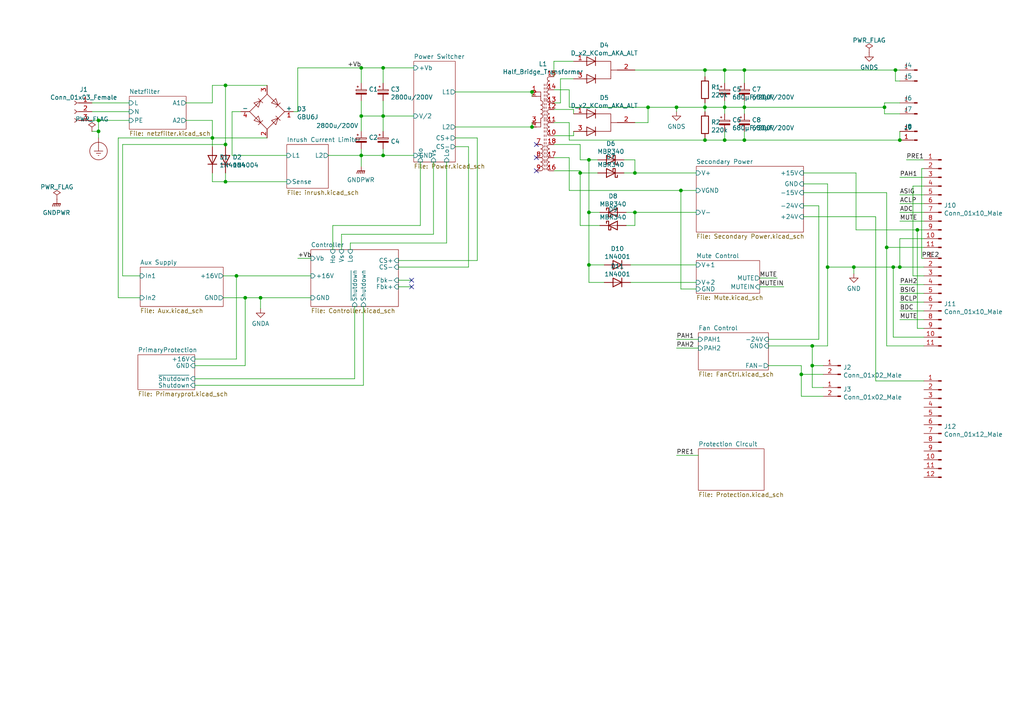
<source format=kicad_sch>
(kicad_sch (version 20210126) (generator eeschema)
  (paper "A4")
  (title_block (title "Audio Power Supply v3.0") (date "2021-03-25") (rev "v3.0") (company "vHAudio"))
  (lib_symbols
    (symbol "Connector:Conn_01x01_Male" (pin_names (offset 1.016) hide)
      (property "Reference" "J" (at 0 2.54 0))
      (property "Value" "Conn_01x01_Male" (at 0 -2.54 0))
      (symbol "Conn_01x01_Male_1_1"
        (pin passive line (at 5.08 0 180) (length 3.81) (name "Pin_1") (number "1"))
      )
    )
    (symbol "Connector:Conn_01x02_Male" (pin_names (offset 1.016) hide)
      (property "Reference" "J" (at 0 2.54 0))
      (property "Value" "Conn_01x02_Male" (at 0 -5.08 0))
      (symbol "Conn_01x02_Male_1_1"
        (pin passive line (at 5.08 0 180) (length 3.81) (name "Pin_1") (number "1"))
        (pin passive line (at 5.08 -2.54 180) (length 3.81) (name "Pin_2") (number "2"))
      )
    )
    (symbol "Connector:Conn_01x03_Female" (pin_names (offset 1.016) hide)
      (property "Reference" "J" (at 0 5.08 0))
      (property "Value" "Conn_01x03_Female" (at 0 -5.08 0))
      (symbol "Conn_01x03_Female_1_1"
        (pin passive line (at -5.08 2.54 0) (length 3.81) (name "Pin_1") (number "1"))
        (pin passive line (at -5.08 0 0) (length 3.81) (name "Pin_2") (number "2"))
        (pin passive line (at -5.08 -2.54 0) (length 3.81) (name "Pin_3") (number "3"))
      )
    )
    (symbol "Connector:Conn_01x11_Male" (pin_names (offset 1.016) hide)
      (property "Reference" "J" (at 0 15.24 0))
      (property "Value" "Conn_01x11_Male" (at 0 -15.24 0))
      (symbol "Conn_01x11_Male_1_1"
        (pin passive line (at 5.08 12.7 180) (length 3.81) (name "Pin_1") (number "1"))
        (pin passive line (at 5.08 -10.16 180) (length 3.81) (name "Pin_10") (number "10"))
        (pin passive line (at 5.08 -12.7 180) (length 3.81) (name "Pin_11") (number "11"))
        (pin passive line (at 5.08 10.16 180) (length 3.81) (name "Pin_2") (number "2"))
        (pin passive line (at 5.08 7.62 180) (length 3.81) (name "Pin_3") (number "3"))
        (pin passive line (at 5.08 5.08 180) (length 3.81) (name "Pin_4") (number "4"))
        (pin passive line (at 5.08 2.54 180) (length 3.81) (name "Pin_5") (number "5"))
        (pin passive line (at 5.08 0 180) (length 3.81) (name "Pin_6") (number "6"))
        (pin passive line (at 5.08 -2.54 180) (length 3.81) (name "Pin_7") (number "7"))
        (pin passive line (at 5.08 -5.08 180) (length 3.81) (name "Pin_8") (number "8"))
        (pin passive line (at 5.08 -7.62 180) (length 3.81) (name "Pin_9") (number "9"))
      )
    )
    (symbol "Connector:Conn_01x12_Male" (pin_names (offset 1.016) hide)
      (property "Reference" "J" (at 0 15.24 0))
      (property "Value" "Conn_01x12_Male" (at 0 -17.78 0))
      (symbol "Conn_01x12_Male_1_1"
        (pin passive line (at 5.08 12.7 180) (length 3.81) (name "Pin_1") (number "1"))
        (pin passive line (at 5.08 -10.16 180) (length 3.81) (name "Pin_10") (number "10"))
        (pin passive line (at 5.08 -12.7 180) (length 3.81) (name "Pin_11") (number "11"))
        (pin passive line (at 5.08 -15.24 180) (length 3.81) (name "Pin_12") (number "12"))
        (pin passive line (at 5.08 10.16 180) (length 3.81) (name "Pin_2") (number "2"))
        (pin passive line (at 5.08 7.62 180) (length 3.81) (name "Pin_3") (number "3"))
        (pin passive line (at 5.08 5.08 180) (length 3.81) (name "Pin_4") (number "4"))
        (pin passive line (at 5.08 2.54 180) (length 3.81) (name "Pin_5") (number "5"))
        (pin passive line (at 5.08 0 180) (length 3.81) (name "Pin_6") (number "6"))
        (pin passive line (at 5.08 -2.54 180) (length 3.81) (name "Pin_7") (number "7"))
        (pin passive line (at 5.08 -5.08 180) (length 3.81) (name "Pin_8") (number "8"))
        (pin passive line (at 5.08 -7.62 180) (length 3.81) (name "Pin_9") (number "9"))
      )
    )
    (symbol "Device:C_Polarized_Small" (pin_numbers hide) (pin_names (offset 0.254) hide)
      (property "Reference" "C" (at 0.254 1.778 0))
      (property "Value" "C_Polarized_Small" (at 0.254 -2.032 0))
      (symbol "C_Polarized_Small_1_1"
        (pin passive line (at 0 2.54 270) (length 1.8542) (name "~") (number "1"))
        (pin passive line (at 0 -2.54 90) (length 1.8542) (name "~") (number "2"))
      )
    )
    (symbol "Device:R" (pin_numbers hide) (pin_names (offset 0))
      (property "Reference" "R" (at 2.032 0 90))
      (property "Value" "R" (at 0 0 90))
      (symbol "R_1_1"
        (pin passive line (at 0 3.81 270) (length 1.27) (name "~") (number "1"))
        (pin passive line (at 0 -3.81 90) (length 1.27) (name "~") (number "2"))
      )
    )
    (symbol "Diode:1N4001" (pin_numbers hide) (pin_names (offset 1.016) hide)
      (property "Reference" "D" (at 0 2.54 0))
      (property "Value" "1N4001" (at 0 -2.54 0))
      (symbol "1N4001_1_1"
        (pin passive line (at -3.81 0 0) (length 2.54) (name "K") (number "1"))
        (pin passive line (at 3.81 0 180) (length 2.54) (name "A") (number "2"))
      )
    )
    (symbol "Diode:1N4004" (pin_numbers hide) (pin_names (offset 1.016) hide)
      (property "Reference" "D" (at 0 2.54 0))
      (property "Value" "1N4004" (at 0 -2.54 0))
      (symbol "1N4004_1_1"
        (pin passive line (at -3.81 0 0) (length 2.54) (name "K") (number "1"))
        (pin passive line (at 3.81 0 180) (length 2.54) (name "A") (number "2"))
      )
    )
    (symbol "Diode:MBR340" (pin_numbers hide) (pin_names (offset 1.016) hide)
      (property "Reference" "D" (at 0 2.54 0))
      (property "Value" "MBR340" (at 0 -2.54 0))
      (symbol "MBR340_1_1"
        (pin passive line (at -3.81 0 0) (length 2.54) (name "K") (number "1"))
        (pin passive line (at 3.81 0 180) (length 2.54) (name "A") (number "2"))
      )
    )
    (symbol "Diode_Bridge:GBU6J" (pin_names (offset 0))
      (property "Reference" "D" (at 2.54 6.985 0))
      (property "Value" "GBU6J" (at 2.54 5.08 0))
      (symbol "GBU6J_1_1"
        (pin passive line (at 7.62 0 180) (length 2.54) (name "+") (number "1"))
        (pin passive line (at 0 -7.62 90) (length 2.54) (name "~~") (number "2"))
        (pin passive line (at 0 7.62 270) (length 2.54) (name "~~") (number "3"))
        (pin passive line (at -7.62 0 0) (length 2.54) (name "-") (number "4"))
      )
    )
    (symbol "Userlibrary:D_x2_KCom_AKA_ALT" (pin_names (offset 0.762) hide)
      (property "Reference" "D" (at -4.445 -1.905 0))
      (property "Value" "D_x2_KCom_AKA_ALT" (at 0.635 6.35 0))
      (symbol "D_x2_KCom_AKA_ALT_0_1"
        (pin passive line (at -7.62 2.54 0) (length 3.81) (name "A") (number "1"))
        (pin passive line (at -7.62 -2.54 0) (length 3.81) (name "A") (number "3"))
      )
      (symbol "D_x2_KCom_AKA_ALT_1_1"
        (pin input line (at 10.16 0 180) (length 5.08) (name "2") (number "2"))
      )
    )
    (symbol "Userlibrary:Half_Bridge_Transformer" (pin_names (offset 1.016) hide)
      (property "Reference" "L" (at -0.635 13.97 0))
      (property "Value" "Half_Bridge_Transformer" (at 1.27 12.065 0))
      (symbol "Half_Bridge_Transformer_1_1"
        (pin passive line (at -2.54 5.08 0) (length 1.27) (name "1") (number "1"))
        (pin passive line (at 3.81 -7.62 180) (length 1.27) (name "10") (number "10"))
        (pin passive line (at 3.81 -3.81 180) (length 1.27) (name "11") (number "11"))
        (pin passive line (at 3.81 0 180) (length 1.27) (name "12") (number "12"))
        (pin passive line (at 3.81 1.905 180) (length 1.27) (name "13") (number "13"))
        (pin passive line (at 3.81 5.715 180) (length 1.27) (name "14") (number "14"))
        (pin passive line (at 3.81 9.525 180) (length 1.27) (name "15") (number "15"))
        (pin passive line (at 3.81 -17.78 180) (length 1.27) (name "16") (number "16"))
        (pin passive line (at 3.81 -13.97 180) (length 1.27) (name "17") (number "17"))
        (pin passive line (at 3.81 -10.16 180) (length 1.27) (name "18") (number "18"))
        (pin passive line (at -2.54 3.81 0) (length 1.27) (name "2") (number "2"))
        (pin passive line (at -2.54 -3.81 0) (length 1.27) (name "3") (number "3"))
        (pin passive line (at -2.54 -5.08 0) (length 1.27) (name "4") (number "4"))
        (pin passive line (at -1.27 -10.16 0) (length 1.27) (name "7") (number "7"))
        (pin passive line (at -1.27 -13.97 0) (length 1.27) (name "8") (number "8"))
        (pin passive line (at -1.27 -17.78 0) (length 1.27) (name "9") (number "9"))
      )
    )
    (symbol "power:Earth_Protective" (power) (pin_names (offset 0))
      (symbol "Earth_Protective_1_1"
        (pin power_in line (at 0 0 270) (length 0) hide (name "Earth_Protective") (number "1"))
      )
    )
    (symbol "power:GND" (power) (pin_names (offset 0))
      (property "Value" "GND" (at 0 -3.81 0))
      (symbol "GND_1_1"
        (pin power_in line (at 0 0 270) (length 0) hide (name "GND") (number "1"))
      )
    )
    (symbol "power:GNDA" (power) (pin_names (offset 0))
      (property "Value" "GNDA" (at 0 -3.81 0))
      (symbol "GNDA_1_1"
        (pin power_in line (at 0 0 270) (length 0) hide (name "GNDA") (number "1"))
      )
    )
    (symbol "power:GNDPWR" (power) (pin_names (offset 0))
      (property "Value" "GNDPWR" (at 0 -3.302 0))
      (symbol "GNDPWR_1_1"
        (pin power_in line (at 0 0 270) (length 0) hide (name "GNDPWR") (number "1"))
      )
    )
    (symbol "power:GNDS" (power) (pin_names (offset 0))
      (property "Value" "GNDS" (at 0 -3.81 0))
      (symbol "GNDS_1_1"
        (pin power_in line (at 0 0 270) (length 0) hide (name "GNDS") (number "1"))
      )
    )
    (symbol "power:PWR_FLAG" (power) (pin_numbers hide) (pin_names (offset 0) hide)
      (property "Value" "PWR_FLAG" (at 0 3.81 0))
      (symbol "PWR_FLAG_0_0"
        (pin power_out line (at 0 0 90) (length 0) (name "pwr") (number "1"))
      )
    )
  )
  (junction (at 28.575 34.925) (diameter 0.9144))
  (junction (at 28.575 38.1) (diameter 0.9144))
  (junction (at 61.595 40.005) (diameter 0.9144))
  (junction (at 65.405 24.765) (diameter 0.9144))
  (junction (at 65.405 41.91) (diameter 0.9144))
  (junction (at 65.405 52.705) (diameter 0.9144))
  (junction (at 68.58 80.01) (diameter 0.9144))
  (junction (at 71.12 86.36) (diameter 0.9144))
  (junction (at 75.565 86.36) (diameter 0.9144))
  (junction (at 104.775 19.685) (diameter 0.9144))
  (junction (at 104.775 33.655) (diameter 0.9144))
  (junction (at 104.775 45.085) (diameter 0.9144))
  (junction (at 111.125 19.685) (diameter 0.9144))
  (junction (at 111.125 33.655) (diameter 0.9144))
  (junction (at 111.125 45.085) (diameter 0.9144))
  (junction (at 154.305 26.67) (diameter 0.9144))
  (junction (at 154.305 36.83) (diameter 0.9144))
  (junction (at 168.275 50.165) (diameter 0.9144))
  (junction (at 170.815 46.355) (diameter 0.9144))
  (junction (at 170.815 61.595) (diameter 0.9144))
  (junction (at 170.815 76.835) (diameter 0.9144))
  (junction (at 184.15 50.165) (diameter 0.9144))
  (junction (at 184.15 61.595) (diameter 0.9144))
  (junction (at 187.96 31.115) (diameter 0.9144))
  (junction (at 196.215 31.115) (diameter 0.9144))
  (junction (at 197.485 55.245) (diameter 0.9144))
  (junction (at 204.47 20.32) (diameter 0.9144))
  (junction (at 204.47 31.115) (diameter 0.9144))
  (junction (at 204.47 40.64) (diameter 0.9144))
  (junction (at 210.185 20.32) (diameter 0.9144))
  (junction (at 210.185 31.115) (diameter 0.9144))
  (junction (at 210.185 40.64) (diameter 0.9144))
  (junction (at 215.9 20.32) (diameter 0.9144))
  (junction (at 215.9 31.115) (diameter 0.9144))
  (junction (at 215.9 40.64) (diameter 0.9144))
  (junction (at 232.41 108.585) (diameter 0.9144))
  (junction (at 235.585 100.33) (diameter 0.9144))
  (junction (at 235.585 106.045) (diameter 0.9144))
  (junction (at 240.03 77.47) (diameter 0.9144))
  (junction (at 247.65 77.47) (diameter 0.9144))
  (junction (at 256.54 31.115) (diameter 0.9144))
  (junction (at 257.175 71.755) (diameter 0.9144))
  (junction (at 259.08 77.47) (diameter 0.9144))
  (junction (at 259.715 20.32) (diameter 0.9144))
  (junction (at 260.985 40.64) (diameter 0.9144))
  (junction (at 260.985 77.47) (diameter 0.9144))
  (junction (at 266.065 66.675) (diameter 0.9144))
  (no_connect (at 119.38 81.28))
  (no_connect (at 119.38 83.185))
  (no_connect (at 155.575 41.91))
  (no_connect (at 155.575 45.72))
  (no_connect (at 155.575 49.53))
  (wire (pts (xy 26.67 29.845) (xy 37.465 29.845)))
  (wire (pts (xy 26.67 32.385) (xy 37.465 32.385)))
  (wire (pts (xy 26.67 34.925) (xy 28.575 34.925)))
  (wire (pts (xy 26.67 38.1) (xy 28.575 38.1)))
  (wire (pts (xy 28.575 34.925) (xy 28.575 38.1)))
  (wire (pts (xy 28.575 34.925) (xy 37.465 34.925)))
  (wire (pts (xy 28.575 38.1) (xy 28.575 40.005)))
  (wire (pts (xy 34.29 40.005) (xy 61.595 40.005)))
  (wire (pts (xy 34.29 86.36) (xy 34.29 40.005)))
  (wire (pts (xy 35.56 41.91) (xy 65.405 41.91)))
  (wire (pts (xy 35.56 80.01) (xy 35.56 41.91)))
  (wire (pts (xy 40.64 80.01) (xy 35.56 80.01)))
  (wire (pts (xy 40.64 86.36) (xy 34.29 86.36)))
  (wire (pts (xy 53.975 29.845) (xy 61.595 29.845)))
  (wire (pts (xy 53.975 34.925) (xy 61.595 34.925)))
  (wire (pts (xy 56.515 106.045) (xy 71.12 106.045)))
  (wire (pts (xy 56.515 109.855) (xy 102.87 109.855)))
  (wire (pts (xy 56.515 111.76) (xy 105.41 111.76)))
  (wire (pts (xy 61.595 24.765) (xy 65.405 24.765)))
  (wire (pts (xy 61.595 29.845) (xy 61.595 24.765)))
  (wire (pts (xy 61.595 34.925) (xy 61.595 40.005)))
  (wire (pts (xy 61.595 40.005) (xy 61.595 42.545)))
  (wire (pts (xy 61.595 40.005) (xy 77.47 40.005)))
  (wire (pts (xy 61.595 50.165) (xy 61.595 52.705)))
  (wire (pts (xy 61.595 52.705) (xy 65.405 52.705)))
  (wire (pts (xy 64.77 80.01) (xy 68.58 80.01)))
  (wire (pts (xy 64.77 86.36) (xy 71.12 86.36)))
  (wire (pts (xy 65.405 24.765) (xy 65.405 41.91)))
  (wire (pts (xy 65.405 24.765) (xy 77.47 24.765)))
  (wire (pts (xy 65.405 41.91) (xy 65.405 42.545)))
  (wire (pts (xy 65.405 50.165) (xy 65.405 52.705)))
  (wire (pts (xy 65.405 52.705) (xy 83.185 52.705)))
  (wire (pts (xy 67.31 32.385) (xy 67.31 45.085)))
  (wire (pts (xy 67.31 45.085) (xy 83.185 45.085)))
  (wire (pts (xy 68.58 80.01) (xy 68.58 104.14)))
  (wire (pts (xy 68.58 80.01) (xy 90.17 80.01)))
  (wire (pts (xy 68.58 104.14) (xy 56.515 104.14)))
  (wire (pts (xy 69.85 32.385) (xy 67.31 32.385)))
  (wire (pts (xy 71.12 86.36) (xy 75.565 86.36)))
  (wire (pts (xy 71.12 106.045) (xy 71.12 86.36)))
  (wire (pts (xy 75.565 86.36) (xy 75.565 89.535)))
  (wire (pts (xy 75.565 86.36) (xy 90.17 86.36)))
  (wire (pts (xy 85.09 32.385) (xy 86.36 32.385)))
  (wire (pts (xy 86.36 19.685) (xy 104.775 19.685)))
  (wire (pts (xy 86.36 32.385) (xy 86.36 19.685)))
  (wire (pts (xy 86.36 74.93) (xy 90.17 74.93)))
  (wire (pts (xy 95.25 45.085) (xy 104.775 45.085)))
  (wire (pts (xy 96.52 65.405) (xy 121.92 65.405)))
  (wire (pts (xy 96.52 72.39) (xy 96.52 65.405)))
  (wire (pts (xy 99.06 67.945) (xy 125.73 67.945)))
  (wire (pts (xy 99.06 72.39) (xy 99.06 67.945)))
  (wire (pts (xy 101.6 70.485) (xy 129.54 70.485)))
  (wire (pts (xy 101.6 72.39) (xy 101.6 70.485)))
  (wire (pts (xy 102.87 109.855) (xy 102.87 88.9)))
  (wire (pts (xy 104.775 19.685) (xy 104.775 24.13)))
  (wire (pts (xy 104.775 19.685) (xy 111.125 19.685)))
  (wire (pts (xy 104.775 29.21) (xy 104.775 33.655)))
  (wire (pts (xy 104.775 33.655) (xy 104.775 38.1)))
  (wire (pts (xy 104.775 33.655) (xy 111.125 33.655)))
  (wire (pts (xy 104.775 43.18) (xy 104.775 45.085)))
  (wire (pts (xy 104.775 45.085) (xy 104.775 48.26)))
  (wire (pts (xy 104.775 45.085) (xy 111.125 45.085)))
  (wire (pts (xy 105.41 111.76) (xy 105.41 88.9)))
  (wire (pts (xy 111.125 19.685) (xy 111.125 24.13)))
  (wire (pts (xy 111.125 19.685) (xy 120.015 19.685)))
  (wire (pts (xy 111.125 29.21) (xy 111.125 33.655)))
  (wire (pts (xy 111.125 33.655) (xy 111.125 38.1)))
  (wire (pts (xy 111.125 33.655) (xy 120.015 33.655)))
  (wire (pts (xy 111.125 43.18) (xy 111.125 45.085)))
  (wire (pts (xy 111.125 45.085) (xy 120.015 45.085)))
  (wire (pts (xy 115.57 81.28) (xy 119.38 81.28)))
  (wire (pts (xy 115.57 83.185) (xy 119.38 83.185)))
  (wire (pts (xy 121.92 46.99) (xy 121.92 65.405)))
  (wire (pts (xy 125.73 46.99) (xy 125.73 67.945)))
  (wire (pts (xy 129.54 46.99) (xy 129.54 70.485)))
  (wire (pts (xy 132.08 26.67) (xy 154.305 26.67)))
  (wire (pts (xy 132.08 36.83) (xy 154.305 36.83)))
  (wire (pts (xy 132.08 40.005) (xy 138.43 40.005)))
  (wire (pts (xy 132.08 42.545) (xy 135.89 42.545)))
  (wire (pts (xy 135.89 42.545) (xy 135.89 77.47)))
  (wire (pts (xy 135.89 77.47) (xy 115.57 77.47)))
  (wire (pts (xy 138.43 40.005) (xy 138.43 75.565)))
  (wire (pts (xy 138.43 75.565) (xy 115.57 75.565)))
  (wire (pts (xy 154.305 27.94) (xy 154.305 26.67)))
  (wire (pts (xy 154.305 35.56) (xy 154.305 36.83)))
  (wire (pts (xy 160.655 22.225) (xy 160.655 17.78)))
  (wire (pts (xy 160.655 26.035) (xy 165.1 26.035)))
  (wire (pts (xy 160.655 31.75) (xy 166.37 31.75)))
  (wire (pts (xy 160.655 35.56) (xy 165.1 35.56)))
  (wire (pts (xy 160.655 39.37) (xy 166.37 39.37)))
  (wire (pts (xy 160.655 41.91) (xy 168.275 41.91)))
  (wire (pts (xy 160.655 45.72) (xy 165.1 45.72)))
  (wire (pts (xy 160.655 49.53) (xy 168.275 49.53)))
  (wire (pts (xy 162.56 22.86) (xy 162.56 29.845)))
  (wire (pts (xy 162.56 22.86) (xy 166.37 22.86)))
  (wire (pts (xy 162.56 29.845) (xy 160.655 29.845)))
  (wire (pts (xy 165.1 26.035) (xy 165.1 31.115)))
  (wire (pts (xy 165.1 31.115) (xy 187.96 31.115)))
  (wire (pts (xy 165.1 35.56) (xy 165.1 40.64)))
  (wire (pts (xy 165.1 40.64) (xy 204.47 40.64)))
  (wire (pts (xy 165.1 45.72) (xy 165.1 55.245)))
  (wire (pts (xy 165.1 55.245) (xy 197.485 55.245)))
  (wire (pts (xy 166.37 17.78) (xy 160.655 17.78)))
  (wire (pts (xy 166.37 31.75) (xy 166.37 33.02)))
  (wire (pts (xy 166.37 39.37) (xy 166.37 38.1)))
  (wire (pts (xy 168.275 41.91) (xy 168.275 46.355)))
  (wire (pts (xy 168.275 46.355) (xy 170.815 46.355)))
  (wire (pts (xy 168.275 49.53) (xy 168.275 50.165)))
  (wire (pts (xy 168.275 50.165) (xy 168.275 65.405)))
  (wire (pts (xy 168.275 50.165) (xy 173.355 50.165)))
  (wire (pts (xy 168.275 65.405) (xy 173.99 65.405)))
  (wire (pts (xy 170.815 46.355) (xy 170.815 61.595)))
  (wire (pts (xy 170.815 46.355) (xy 173.355 46.355)))
  (wire (pts (xy 170.815 61.595) (xy 170.815 76.835)))
  (wire (pts (xy 170.815 76.835) (xy 170.815 81.915)))
  (wire (pts (xy 170.815 81.915) (xy 175.26 81.915)))
  (wire (pts (xy 173.99 61.595) (xy 170.815 61.595)))
  (wire (pts (xy 175.26 76.835) (xy 170.815 76.835)))
  (wire (pts (xy 180.975 46.355) (xy 184.15 46.355)))
  (wire (pts (xy 180.975 50.165) (xy 184.15 50.165)))
  (wire (pts (xy 181.61 61.595) (xy 184.15 61.595)))
  (wire (pts (xy 181.61 65.405) (xy 184.15 65.405)))
  (wire (pts (xy 182.88 76.835) (xy 201.93 76.835)))
  (wire (pts (xy 182.88 81.915) (xy 201.93 81.915)))
  (wire (pts (xy 184.15 20.32) (xy 204.47 20.32)))
  (wire (pts (xy 184.15 35.56) (xy 187.96 35.56)))
  (wire (pts (xy 184.15 46.355) (xy 184.15 50.165)))
  (wire (pts (xy 184.15 50.165) (xy 201.93 50.165)))
  (wire (pts (xy 184.15 61.595) (xy 201.93 61.595)))
  (wire (pts (xy 184.15 65.405) (xy 184.15 61.595)))
  (wire (pts (xy 187.96 31.115) (xy 196.215 31.115)))
  (wire (pts (xy 187.96 35.56) (xy 187.96 31.115)))
  (wire (pts (xy 196.215 31.115) (xy 196.215 32.385)))
  (wire (pts (xy 196.215 31.115) (xy 204.47 31.115)))
  (wire (pts (xy 196.215 98.425) (xy 202.565 98.425)))
  (wire (pts (xy 196.215 100.965) (xy 202.565 100.965)))
  (wire (pts (xy 196.215 132.08) (xy 202.565 132.08)))
  (wire (pts (xy 197.485 55.245) (xy 197.485 83.82)))
  (wire (pts (xy 197.485 55.245) (xy 201.93 55.245)))
  (wire (pts (xy 197.485 83.82) (xy 201.93 83.82)))
  (wire (pts (xy 204.47 20.32) (xy 204.47 22.225)))
  (wire (pts (xy 204.47 20.32) (xy 210.185 20.32)))
  (wire (pts (xy 204.47 29.845) (xy 204.47 31.115)))
  (wire (pts (xy 204.47 31.115) (xy 204.47 32.385)))
  (wire (pts (xy 204.47 31.115) (xy 210.185 31.115)))
  (wire (pts (xy 204.47 40.005) (xy 204.47 40.64)))
  (wire (pts (xy 204.47 40.64) (xy 210.185 40.64)))
  (wire (pts (xy 210.185 20.32) (xy 210.185 24.13)))
  (wire (pts (xy 210.185 20.32) (xy 215.9 20.32)))
  (wire (pts (xy 210.185 29.21) (xy 210.185 31.115)))
  (wire (pts (xy 210.185 31.115) (xy 210.185 33.02)))
  (wire (pts (xy 210.185 31.115) (xy 215.9 31.115)))
  (wire (pts (xy 210.185 38.1) (xy 210.185 40.64)))
  (wire (pts (xy 210.185 40.64) (xy 215.9 40.64)))
  (wire (pts (xy 215.9 20.32) (xy 215.9 24.13)))
  (wire (pts (xy 215.9 20.32) (xy 259.715 20.32)))
  (wire (pts (xy 215.9 29.21) (xy 215.9 31.115)))
  (wire (pts (xy 215.9 31.115) (xy 215.9 33.02)))
  (wire (pts (xy 215.9 31.115) (xy 256.54 31.115)))
  (wire (pts (xy 215.9 38.1) (xy 215.9 40.64)))
  (wire (pts (xy 215.9 40.64) (xy 260.985 40.64)))
  (wire (pts (xy 220.345 80.645) (xy 225.425 80.645)))
  (wire (pts (xy 220.345 83.185) (xy 227.33 83.185)))
  (wire (pts (xy 222.885 100.33) (xy 235.585 100.33)))
  (wire (pts (xy 222.885 106.045) (xy 232.41 106.045)))
  (wire (pts (xy 232.41 106.045) (xy 232.41 108.585)))
  (wire (pts (xy 232.41 108.585) (xy 232.41 114.935)))
  (wire (pts (xy 233.045 50.165) (xy 248.285 50.165)))
  (wire (pts (xy 233.045 53.34) (xy 240.03 53.34)))
  (wire (pts (xy 233.045 55.88) (xy 257.175 55.88)))
  (wire (pts (xy 233.045 59.69) (xy 237.49 59.69)))
  (wire (pts (xy 233.045 62.865) (xy 254 62.865)))
  (wire (pts (xy 235.585 100.33) (xy 235.585 106.045)))
  (wire (pts (xy 235.585 100.33) (xy 240.03 100.33)))
  (wire (pts (xy 235.585 112.395) (xy 235.585 106.045)))
  (wire (pts (xy 237.49 59.69) (xy 237.49 98.425)))
  (wire (pts (xy 237.49 98.425) (xy 222.885 98.425)))
  (wire (pts (xy 238.76 106.045) (xy 235.585 106.045)))
  (wire (pts (xy 238.76 108.585) (xy 232.41 108.585)))
  (wire (pts (xy 238.76 112.395) (xy 235.585 112.395)))
  (wire (pts (xy 238.76 114.935) (xy 232.41 114.935)))
  (wire (pts (xy 240.03 53.34) (xy 240.03 77.47)))
  (wire (pts (xy 240.03 77.47) (xy 240.03 100.33)))
  (wire (pts (xy 240.03 77.47) (xy 247.65 77.47)))
  (wire (pts (xy 247.65 77.47) (xy 247.65 79.375)))
  (wire (pts (xy 247.65 77.47) (xy 259.08 77.47)))
  (wire (pts (xy 248.285 50.165) (xy 248.285 66.675)))
  (wire (pts (xy 248.285 66.675) (xy 266.065 66.675)))
  (wire (pts (xy 254 62.865) (xy 254 110.49)))
  (wire (pts (xy 254 110.49) (xy 267.97 110.49)))
  (wire (pts (xy 256.54 29.845) (xy 256.54 31.115)))
  (wire (pts (xy 256.54 33.02) (xy 256.54 31.115)))
  (wire (pts (xy 257.175 55.88) (xy 257.175 71.755)))
  (wire (pts (xy 257.175 71.755) (xy 267.97 71.755)))
  (wire (pts (xy 257.175 100.33) (xy 257.175 71.755)))
  (wire (pts (xy 259.08 77.47) (xy 260.985 77.47)))
  (wire (pts (xy 259.08 97.79) (xy 259.08 77.47)))
  (wire (pts (xy 259.715 20.32) (xy 259.715 23.495)))
  (wire (pts (xy 259.715 20.32) (xy 260.985 20.32)))
  (wire (pts (xy 259.715 23.495) (xy 260.985 23.495)))
  (wire (pts (xy 260.985 29.845) (xy 256.54 29.845)))
  (wire (pts (xy 260.985 33.02) (xy 256.54 33.02)))
  (wire (pts (xy 260.985 38.1) (xy 260.985 40.64)))
  (wire (pts (xy 260.985 51.435) (xy 267.97 51.435)))
  (wire (pts (xy 260.985 56.515) (xy 267.97 56.515)))
  (wire (pts (xy 260.985 59.055) (xy 267.97 59.055)))
  (wire (pts (xy 260.985 61.595) (xy 267.97 61.595)))
  (wire (pts (xy 260.985 69.215) (xy 260.985 77.47)))
  (wire (pts (xy 260.985 77.47) (xy 267.97 77.47)))
  (wire (pts (xy 260.985 82.55) (xy 267.97 82.55)))
  (wire (pts (xy 260.985 85.09) (xy 267.97 85.09)))
  (wire (pts (xy 260.985 87.63) (xy 267.97 87.63)))
  (wire (pts (xy 260.985 90.17) (xy 267.97 90.17)))
  (wire (pts (xy 260.985 92.71) (xy 267.97 92.71)))
  (wire (pts (xy 262.89 46.355) (xy 267.97 46.355)))
  (wire (pts (xy 264.795 53.975) (xy 264.795 80.01)))
  (wire (pts (xy 264.795 80.01) (xy 267.97 80.01)))
  (wire (pts (xy 266.065 66.675) (xy 267.97 66.675)))
  (wire (pts (xy 266.065 95.25) (xy 266.065 66.675)))
  (wire (pts (xy 267.335 48.895) (xy 267.335 74.93)))
  (wire (pts (xy 267.335 74.93) (xy 267.97 74.93)))
  (wire (pts (xy 267.97 48.895) (xy 267.335 48.895)))
  (wire (pts (xy 267.97 53.975) (xy 264.795 53.975)))
  (wire (pts (xy 267.97 64.135) (xy 260.985 64.135)))
  (wire (pts (xy 267.97 69.215) (xy 260.985 69.215)))
  (wire (pts (xy 267.97 95.25) (xy 266.065 95.25)))
  (wire (pts (xy 267.97 97.79) (xy 259.08 97.79)))
  (wire (pts (xy 267.97 100.33) (xy 257.175 100.33)))
  (label "+Vb" (at 86.36 74.93 0))
  (label "+Vb" (at 104.775 19.685 180))
  (label "PAH1" (at 196.215 98.425 0))
  (label "PAH2" (at 196.215 100.965 0))
  (label "PRE1" (at 196.215 132.08 0))
  (label "MUTE" (at 225.425 80.645 180))
  (label "MUTEIN" (at 227.33 83.185 180))
  (label "PAH1" (at 260.985 51.435 0))
  (label "ASIG" (at 260.985 56.515 0))
  (label "ACLP" (at 260.985 59.055 0))
  (label "ADC" (at 260.985 61.595 0))
  (label "MUTE" (at 260.985 64.135 0))
  (label "PAH2" (at 260.985 82.55 0))
  (label "BSIG" (at 260.985 85.09 0))
  (label "BCLP" (at 260.985 87.63 0))
  (label "BDC" (at 260.985 90.17 0))
  (label "MUTE" (at 260.985 92.71 0))
  (label "PRE1" (at 262.89 46.355 0))
  (label "PRE2" (at 267.335 74.93 0))
  (symbol (lib_id "Connector:Conn_01x01_Male") (at 266.065 20.32 180) (unit 1)
    (property "Reference" "J4" (at 263.3726 18.9316 0))
    (property "Value" "Conn_01x01_Male" (effects hide))
  )
  (symbol (lib_id "Connector:Conn_01x01_Male") (at 266.065 23.495 180) (unit 1)
    (property "Reference" "J5" (at 263.3726 22.1066 0))
    (property "Value" "Conn_01x01_Male" (effects hide))
  )
  (symbol (lib_id "Connector:Conn_01x01_Male") (at 266.065 29.845 180) (unit 1)
    (property "Reference" "J6" (at 263.3726 28.4566 0))
    (property "Value" "Conn_01x01_Male" (effects hide))
  )
  (symbol (lib_id "Connector:Conn_01x01_Male") (at 266.065 33.02 180) (unit 1)
    (property "Reference" "J7" (at 263.3726 31.6316 0))
    (property "Value" "Conn_01x01_Male" (effects hide))
  )
  (symbol (lib_id "Connector:Conn_01x01_Male") (at 266.065 38.1 180) (unit 1)
    (property "Reference" "J8" (at 263.3726 36.7116 0))
    (property "Value" "Conn_01x01_Male" (effects hide))
  )
  (symbol (lib_id "Connector:Conn_01x01_Male") (at 266.065 40.64 180) (unit 1)
    (property "Reference" "J9" (at 263.3726 36.9528 0))
    (property "Value" "Conn_01x01_Male" (effects hide))
  )
  (symbol (lib_id "power:PWR_FLAG") (at 16.51 57.785 0) (unit 1)
    (property "Reference" "#FLG01" (effects hide))
    (property "Value" "PWR_FLAG" (at 16.51 54.2376 0))
  )
  (symbol (lib_id "power:PWR_FLAG") (at 26.67 38.1 0) (unit 1)
    (property "Reference" "#FLG02" (effects hide))
    (property "Value" "PWR_FLAG" (at 26.67 34.5526 0))
  )
  (symbol (lib_id "power:PWR_FLAG") (at 252.095 15.24 0) (unit 1)
    (property "Reference" "#FLG03" (effects hide))
    (property "Value" "PWR_FLAG" (at 252.095 11.6926 0))
  )
  (symbol (lib_id "power:GNDPWR") (at 16.51 57.785 0) (unit 1)
    (property "Reference" "#PWR01" (effects hide))
    (property "Value" "GNDPWR" (at 16.383 61.703 0))
  )
  (symbol (lib_id "power:GNDPWR") (at 104.775 48.26 0) (unit 1)
    (property "Reference" "#PWR04" (effects hide))
    (property "Value" "GNDPWR" (at 104.648 52.178 0))
  )
  (symbol (lib_id "power:GNDA") (at 75.565 89.535 0) (unit 1)
    (property "Reference" "#PWR03" (effects hide))
    (property "Value" "GNDA" (at 75.565 93.8594 0))
  )
  (symbol (lib_id "power:GNDS") (at 196.215 32.385 0) (unit 1)
    (property "Reference" "#PWR05" (effects hide))
    (property "Value" "GNDS" (at 196.215 36.7094 0))
  )
  (symbol (lib_id "power:GND") (at 247.65 79.375 0) (unit 1)
    (property "Reference" "#PWR06" (effects hide))
    (property "Value" "GND" (at 247.65 83.6994 0))
  )
  (symbol (lib_id "power:GNDS") (at 252.095 15.24 0) (unit 1)
    (property "Reference" "#PWR07" (effects hide))
    (property "Value" "GNDS" (at 252.095 19.5644 0))
  )
  (symbol (lib_id "Device:C_Polarized_Small") (at 104.775 26.67 0) (unit 1)
    (property "Reference" "C1" (at 106.9341 25.9091 0) (effects (justify left)))
    (property "Value" "2800u/200V" (effects hide))
  )
  (symbol (lib_id "Device:C_Polarized_Small") (at 104.775 40.64 0) (unit 1)
    (property "Reference" "C2" (at 106.9341 39.8791 0) (effects (justify left)))
    (property "Value" "2800u/200V" (at 91.6941 36.4628 0) (effects (justify left)))
  )
  (symbol (lib_id "Device:C_Polarized_Small") (at 111.125 26.67 0) (unit 1)
    (property "Reference" "C3" (at 113.2841 25.9091 0) (effects (justify left)))
    (property "Value" "2800u/200V" (at 113.2841 28.2078 0) (effects (justify left)))
  )
  (symbol (lib_id "Device:C_Polarized_Small") (at 111.125 40.64 0) (unit 1)
    (property "Reference" "C4" (at 113.2841 41.0285 0) (effects (justify left)))
    (property "Value" "C_Polarized_Small" (effects hide))
  )
  (symbol (lib_id "Device:C_Polarized_Small") (at 210.185 26.67 0) (unit 1)
    (property "Reference" "C5" (at 212.3441 25.9091 0) (effects (justify left)))
    (property "Value" "680µF/200V" (at 212.3441 28.2078 0) (effects (justify left)))
    (property "Footprint" "Capacitor_THT:CP_Radial_D25.0mm_P10.00mm_SnapIn" (effects hide))
  )
  (symbol (lib_id "Device:C_Polarized_Small") (at 210.185 35.56 0) (unit 1)
    (property "Reference" "C6" (at 212.3441 34.7991 0) (effects (justify left)))
    (property "Value" "680µF/200V" (at 212.3441 37.0978 0) (effects (justify left)))
    (property "Footprint" "Capacitor_THT:CP_Radial_D25.0mm_P10.00mm_SnapIn" (effects hide))
  )
  (symbol (lib_id "Device:C_Polarized_Small") (at 215.9 26.67 0) (unit 1)
    (property "Reference" "C7" (at 218.0591 25.9091 0) (effects (justify left)))
    (property "Value" "680µF/200V" (at 218.0591 28.2078 0) (effects (justify left)))
    (property "Footprint" "Capacitor_THT:CP_Radial_D25.0mm_P10.00mm_SnapIn" (effects hide))
  )
  (symbol (lib_id "Device:C_Polarized_Small") (at 215.9 35.56 0) (unit 1)
    (property "Reference" "C8" (at 218.0591 34.7991 0) (effects (justify left)))
    (property "Value" "680µF/200V" (at 218.0591 37.0978 0) (effects (justify left)))
    (property "Footprint" "Capacitor_THT:CP_Radial_D25.0mm_P10.00mm_SnapIn" (effects hide))
  )
  (symbol (lib_id "Connector:Conn_01x02_Male") (at 243.84 106.045 0) (mirror y) (unit 1)
    (property "Reference" "J2" (at 244.5513 106.5541 0) (effects (justify right)))
    (property "Value" "Conn_01x02_Male" (at 244.5513 108.8528 0) (effects (justify right)))
  )
  (symbol (lib_id "Connector:Conn_01x02_Male") (at 243.84 112.395 0) (mirror y) (unit 1)
    (property "Reference" "J3" (at 244.5513 112.9041 0) (effects (justify right)))
    (property "Value" "Conn_01x02_Male" (at 244.5513 115.2028 0) (effects (justify right)))
  )
  (symbol (lib_id "Device:R") (at 204.47 26.035 0) (unit 1)
    (property "Reference" "R1" (at 206.2481 25.2741 0) (effects (justify left)))
    (property "Value" "220k" (at 206.2481 27.5728 0) (effects (justify left)))
  )
  (symbol (lib_id "Device:R") (at 204.47 36.195 0) (unit 1)
    (property "Reference" "R2" (at 206.2481 35.4341 0) (effects (justify left)))
    (property "Value" "220k" (at 206.2481 37.7328 0) (effects (justify left)))
  )
  (symbol (lib_id "Diode:1N4004") (at 61.595 46.355 90) (unit 1)
    (property "Reference" "D1" (at 63.6271 45.5941 90) (effects (justify right)))
    (property "Value" "1N4004" (at 63.6271 47.8928 90) (effects (justify right)))
    (property "Footprint" "Diode_THT:D_DO-41_SOD81_P10.16mm_Horizontal" (effects hide))
    (property "Datasheet" "http://www.vishay.com/docs/88503/1n4001.pdf" (effects hide))
  )
  (symbol (lib_id "Diode:1N4004") (at 65.405 46.355 90) (unit 1)
    (property "Reference" "D2" (at 67.4371 45.5941 90) (effects (justify right)))
    (property "Value" "1N4004" (at 67.4371 47.8928 90) (effects (justify right)))
    (property "Footprint" "Diode_THT:D_DO-41_SOD81_P10.16mm_Horizontal" (effects hide))
    (property "Datasheet" "http://www.vishay.com/docs/88503/1n4001.pdf" (effects hide))
  )
  (symbol (lib_id "Diode:MBR340") (at 177.165 46.355 180) (unit 1)
    (property "Reference" "D6" (at 177.165 41.6518 0))
    (property "Value" "MBR340" (at 177.165 43.9505 0))
    (property "Footprint" "Diode_THT:D_DO-201AD_P15.24mm_Horizontal" (effects hide))
    (property "Datasheet" "http://www.onsemi.com/pub_link/Collateral/MBR340-D.PDF" (effects hide))
  )
  (symbol (lib_id "Diode:MBR340") (at 177.165 50.165 180) (unit 1)
    (property "Reference" "D7" (at 177.165 45.4618 0))
    (property "Value" "MBR340" (at 177.165 47.7605 0))
    (property "Footprint" "Diode_THT:D_DO-201AD_P15.24mm_Horizontal" (effects hide))
    (property "Datasheet" "http://www.onsemi.com/pub_link/Collateral/MBR340-D.PDF" (effects hide))
  )
  (symbol (lib_id "Diode:MBR340") (at 177.8 61.595 0) (unit 1)
    (property "Reference" "D8" (at 177.8 56.8918 0))
    (property "Value" "MBR340" (at 177.8 59.1905 0))
    (property "Footprint" "Diode_THT:D_DO-201AD_P15.24mm_Horizontal" (effects hide))
    (property "Datasheet" "http://www.onsemi.com/pub_link/Collateral/MBR340-D.PDF" (effects hide))
  )
  (symbol (lib_id "Diode:MBR340") (at 177.8 65.405 0) (unit 1)
    (property "Reference" "D9" (at 177.8 60.7018 0))
    (property "Value" "MBR340" (at 177.8 63.0005 0))
    (property "Footprint" "Diode_THT:D_DO-201AD_P15.24mm_Horizontal" (effects hide))
    (property "Datasheet" "http://www.onsemi.com/pub_link/Collateral/MBR340-D.PDF" (effects hide))
  )
  (symbol (lib_id "Diode:1N4001") (at 179.07 76.835 180) (unit 1)
    (property "Reference" "D10" (at 179.07 72.1318 0))
    (property "Value" "1N4001" (at 179.07 74.4305 0))
    (property "Footprint" "Diode_THT:D_DO-41_SOD81_P10.16mm_Horizontal" (effects hide))
    (property "Datasheet" "http://www.vishay.com/docs/88503/1n4001.pdf" (effects hide))
  )
  (symbol (lib_id "Diode:1N4001") (at 179.07 81.915 180) (unit 1)
    (property "Reference" "D11" (at 179.07 77.2118 0))
    (property "Value" "1N4001" (at 179.07 79.5105 0))
    (property "Footprint" "Diode_THT:D_DO-41_SOD81_P10.16mm_Horizontal" (effects hide))
    (property "Datasheet" "http://www.vishay.com/docs/88503/1n4001.pdf" (effects hide))
  )
  (symbol (lib_id "power:Earth_Protective") (at 28.575 40.005 0) (unit 1)
    (property "Reference" "#PWR02" (effects hide))
    (property "Value" "Earth_Protective" (effects hide))
  )
  (symbol (lib_id "Connector:Conn_01x03_Female") (at 21.59 32.385 0) (mirror y) (unit 1)
    (property "Reference" "J1" (at 24.2824 25.9546 0))
    (property "Value" "Conn_01x03_Female" (at 24.2824 28.2533 0))
  )
  (symbol (lib_id "Connector:Conn_01x11_Male") (at 273.05 59.055 0) (mirror y) (unit 1)
    (property "Reference" "J10" (at 273.7613 59.5641 0) (effects (justify right)))
    (property "Value" "Conn_01x10_Male" (at 273.7613 61.8628 0) (effects (justify right)))
  )
  (symbol (lib_id "Connector:Conn_01x11_Male") (at 273.05 87.63 0) (mirror y) (unit 1)
    (property "Reference" "J11" (at 273.7613 88.1391 0) (effects (justify right)))
    (property "Value" "Conn_01x10_Male" (at 273.7613 90.4378 0) (effects (justify right)))
  )
  (symbol (lib_id "Userlibrary:D_x2_KCom_AKA_ALT") (at 173.99 20.32 0) (unit 1)
    (property "Reference" "D4" (at 175.26 13.1022 0))
    (property "Value" "D_x2_KCom_AKA_ALT" (at 175.26 15.4009 0))
  )
  (symbol (lib_id "Userlibrary:D_x2_KCom_AKA_ALT") (at 173.99 35.56 0) (unit 1)
    (property "Reference" "D5" (at 175.26 28.3422 0))
    (property "Value" "D_x2_KCom_AKA_ALT" (at 175.26 30.6409 0))
  )
  (symbol (lib_id "Connector:Conn_01x12_Male") (at 273.05 123.19 0) (mirror y) (unit 1)
    (property "Reference" "J12" (at 273.7613 123.6991 0) (effects (justify right)))
    (property "Value" "Conn_01x12_Male" (at 273.7613 125.9978 0) (effects (justify right)))
  )
  (symbol (lib_id "Userlibrary:Half_Bridge_Transformer") (at 156.845 31.75 0) (unit 1)
    (property "Reference" "L1" (at 157.48 18.5378 0))
    (property "Value" "Half_Bridge_Transformer" (at 157.48 20.8365 0))
  )
  (symbol (lib_id "Diode_Bridge:GBU6J") (at 77.47 32.385 0) (unit 1)
    (property "Reference" "D3" (at 86.1061 31.6241 0) (effects (justify left)))
    (property "Value" "GBU6J" (at 86.1061 33.9228 0) (effects (justify left)))
    (property "Footprint" "Diode_THT:Diode_Bridge_Vishay_GBU" (effects hide))
    (property "Datasheet" "http://www.vishay.com/docs/88656/gbu6a.pdf" (effects hide))
  )
  (sheet (at 40.64 77.47) (size 24.13 11.43) (stroke (width 0.0006))
    (property "Schaltplanname" "Aux Supply" (at 40.64 76.8343 0) (effects (justify left bottom)))
    (property "Dateiname Blatt" "Aux.kicad_sch" (at 40.64 89.4087 0) (effects (justify left top)))
    (pin "In1" input (at 40.64 80.01 180))
    (pin "In2" input (at 40.64 86.36 180))
    (pin "+16V" output (at 64.77 80.01 0))
    (pin "GND" output (at 64.77 86.36 0))
  )
  (sheet (at 90.17 72.39) (size 25.4 16.51) (stroke (width 0.0006))
    (property "Schaltplanname" "Controller" (at 90.17 71.7543 0) (effects (justify left bottom)))
    (property "Dateiname Blatt" "Controller.kicad_sch" (at 90.17 89.4087 0) (effects (justify left top)))
    (pin "Ho" input (at 96.52 72.39 90))
    (pin "Vb" input (at 90.17 74.93 180))
    (pin "Vs" input (at 99.06 72.39 90))
    (pin "Lo" input (at 101.6 72.39 90))
    (pin "+16V" input (at 90.17 80.01 180))
    (pin "Fbk+" input (at 115.57 83.185 0))
    (pin "Fbk-" input (at 115.57 81.28 0))
    (pin "Shutdown" input (at 105.41 88.9 270))
    (pin "CS+" input (at 115.57 75.565 0))
    (pin "CS-" input (at 115.57 77.47 0))
    (pin "~Shutdown" input (at 102.87 88.9 270))
    (pin "GND" input (at 90.17 86.36 180))
  )
  (sheet (at 202.565 96.52) (size 20.32 10.795) (stroke (width 0.0006))
    (property "Schaltplanname" "Fan Control" (at 202.565 95.8843 0) (effects (justify left bottom)))
    (property "Dateiname Blatt" "FanCtrl.kicad_sch" (at 202.565 107.8237 0) (effects (justify left top)))
    (pin "PAH1" input (at 202.565 98.425 180))
    (pin "PAH2" input (at 202.565 100.965 180))
    (pin "-24V" input (at 222.885 98.425 0))
    (pin "GND" input (at 222.885 100.33 0))
    (pin "FAN-" output (at 222.885 106.045 0))
  )
  (sheet (at 83.185 41.91) (size 12.065 12.7) (stroke (width 0.0006))
    (property "Schaltplanname" "Inrush Current Limiter" (at 83.185 41.2743 0) (effects (justify left bottom)))
    (property "Dateiname Blatt" "inrush.kicad_sch" (at 83.185 55.1187 0) (effects (justify left top)))
    (pin "Sense" input (at 83.185 52.705 180))
    (pin "L1" input (at 83.185 45.085 180))
    (pin "L2" output (at 95.25 45.085 0))
  )
  (sheet (at 201.93 75.565) (size 18.415 9.525) (stroke (width 0.0006))
    (property "Schaltplanname" "Mute Control" (at 201.93 74.9293 0) (effects (justify left bottom)))
    (property "Dateiname Blatt" "Mute.kicad_sch" (at 201.93 85.5987 0) (effects (justify left top)))
    (pin "V+1" input (at 201.93 76.835 180))
    (pin "V+2" input (at 201.93 81.915 180))
    (pin "GND" input (at 201.93 83.82 180))
    (pin "MUTE" output (at 220.345 80.645 0))
    (pin "MUTEIN" input (at 220.345 83.185 0))
  )
  (sheet (at 37.465 27.94) (size 16.51 9.525) (stroke (width 0.0006))
    (property "Schaltplanname" "Netzfilter" (at 37.465 27.3043 0) (effects (justify left bottom)))
    (property "Dateiname Blatt" "netzfilter.kicad_sch" (at 37.465 37.9737 0) (effects (justify left top)))
    (pin "A1" output (at 53.975 29.845 0))
    (pin "A2" output (at 53.975 34.925 0))
    (pin "L" input (at 37.465 29.845 180))
    (pin "N" input (at 37.465 32.385 180))
    (pin "PE" input (at 37.465 34.925 180))
  )
  (sheet (at 120.015 17.78) (size 12.065 29.21) (stroke (width 0.0006))
    (property "Schaltplanname" "Power Switcher" (at 120.015 17.1443 0) (effects (justify left bottom)))
    (property "Dateiname Blatt" "Power.kicad_sch" (at 120.015 47.4987 0) (effects (justify left top)))
    (pin "V{slash}2" input (at 120.015 33.655 180))
    (pin "GND" input (at 120.015 45.085 180))
    (pin "+Vb" input (at 120.015 19.685 180))
    (pin "Vs" input (at 125.73 46.99 270))
    (pin "Lo" input (at 129.54 46.99 270))
    (pin "Ho" input (at 121.92 46.99 270))
    (pin "L1" output (at 132.08 26.67 0))
    (pin "CS+" output (at 132.08 40.005 0))
    (pin "L2" output (at 132.08 36.83 0))
    (pin "CS-" output (at 132.08 42.545 0))
  )
  (sheet (at 40.005 102.87) (size 16.51 10.16) (stroke (width 0.0006))
    (property "Schaltplanname" "PrimaryProtection" (at 40.005 102.2343 0) (effects (justify left bottom)))
    (property "Dateiname Blatt" "Primaryprot.kicad_sch" (at 40.005 113.5387 0) (effects (justify left top)))
    (pin "+16V" input (at 56.515 104.14 0))
    (pin "GND" input (at 56.515 106.045 0))
    (pin "~Shutdown" input (at 56.515 109.855 0))
    (pin "Shutdown" input (at 56.515 111.76 0))
  )
  (sheet (at 202.565 130.175) (size 19.05 12.065) (stroke (width 0.0006))
    (property "Schaltplanname" "Protection Circuit" (at 202.565 129.5393 0) (effects (justify left bottom)))
    (property "Dateiname Blatt" "Protection.kicad_sch" (at 202.565 142.7487 0) (effects (justify left top)))
  )
  (sheet (at 201.93 48.26) (size 31.115 19.05) (stroke (width 0.0006))
    (property "Schaltplanname" "Secondary Power" (at 201.93 47.6243 0) (effects (justify left bottom)))
    (property "Dateiname Blatt" "Secondary Power.kicad_sch" (at 201.93 67.8187 0) (effects (justify left top)))
    (pin "V+" input (at 201.93 50.165 180))
    (pin "VGND" input (at 201.93 55.245 180))
    (pin "V-" input (at 201.93 61.595 180))
    (pin "+15V" input (at 233.045 50.165 0))
    (pin "GND" input (at 233.045 53.34 0))
    (pin "-15V" input (at 233.045 55.88 0))
    (pin "-24V" input (at 233.045 59.69 0))
    (pin "+24V" input (at 233.045 62.865 0))
  )
)
</source>
